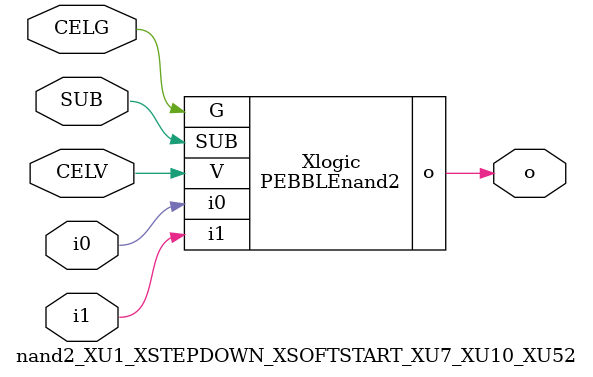
<source format=v>



module PEBBLEnand2 ( o, G, SUB, V, i0, i1 );

  input i0;
  input V;
  input i1;
  input G;
  output o;
  input SUB;
endmodule

//Celera Confidential Do Not Copy nand2_XU1_XSTEPDOWN_XSOFTSTART_XU7_XU10_XU52
//Celera Confidential Symbol Generator
//5V NAND2
module nand2_XU1_XSTEPDOWN_XSOFTSTART_XU7_XU10_XU52 (CELV,CELG,i0,i1,o,SUB);
input CELV;
input CELG;
input i0;
input i1;
input SUB;
output o;

//Celera Confidential Do Not Copy nand2
PEBBLEnand2 Xlogic(
.V (CELV),
.i0 (i0),
.i1 (i1),
.o (o),
.SUB (SUB),
.G (CELG)
);
//,diesize,PEBBLEnand2

//Celera Confidential Do Not Copy Module End
//Celera Schematic Generator
endmodule

</source>
